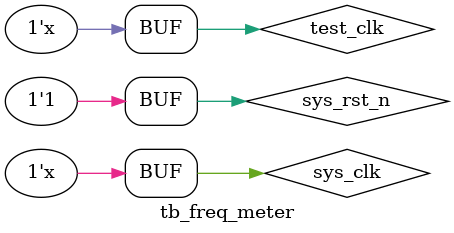
<source format=v>
`timescale  1ns/1ns

module  tb_freq_meter();

reg             sys_clk  ;
reg             sys_rst_n;
reg             test_clk ;

wire            ds       ;
wire            oe       ;
wire            shcp     ;
wire            stcp     ;
wire            clk_out  ;

initial
    begin
    sys_clk = 1'b1;
    sys_rst_n <= 1'b0;
    #200
    sys_rst_n <= 1'b1;
    test_clk = 1'b0;
    end

always #10 sys_clk = ~sys_clk;
always #20 test_clk = ~test_clk;//test_clk = 25MHz

defparam    freq_meter_inst.freq_meter_cala_inst.SYS_CNT_MAX     = 74_9;
defparam    freq_meter_inst.freq_meter_cala_inst.SYS_RISE_MAX    = 12_4;


freq_meter freq_meter_inst
(
    .sys_clk     (sys_clk  ),
    .sys_rst_n   (sys_rst_n),
    .test_clk    (test_clk ),
    
    .ds          (ds       ),
    .oe          (oe       ),
    .shcp        (shcp     ),
    .stcp        (stcp     ),
    .clk_out     (clk_out  )
);

endmodule
</source>
